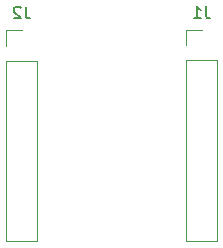
<source format=gbr>
%TF.GenerationSoftware,KiCad,Pcbnew,7.0.5-0*%
%TF.CreationDate,2023-08-11T11:25:24-04:00*%
%TF.ProjectId,AmpSim,416d7053-696d-42e6-9b69-6361645f7063,rev?*%
%TF.SameCoordinates,Original*%
%TF.FileFunction,Legend,Bot*%
%TF.FilePolarity,Positive*%
%FSLAX46Y46*%
G04 Gerber Fmt 4.6, Leading zero omitted, Abs format (unit mm)*
G04 Created by KiCad (PCBNEW 7.0.5-0) date 2023-08-11 11:25:24*
%MOMM*%
%LPD*%
G01*
G04 APERTURE LIST*
%ADD10C,0.150000*%
%ADD11C,0.120000*%
G04 APERTURE END LIST*
D10*
%TO.C,J2*%
X261493333Y-192544819D02*
X261493333Y-193259104D01*
X261493333Y-193259104D02*
X261540952Y-193401961D01*
X261540952Y-193401961D02*
X261636190Y-193497200D01*
X261636190Y-193497200D02*
X261779047Y-193544819D01*
X261779047Y-193544819D02*
X261874285Y-193544819D01*
X261064761Y-192640057D02*
X261017142Y-192592438D01*
X261017142Y-192592438D02*
X260921904Y-192544819D01*
X260921904Y-192544819D02*
X260683809Y-192544819D01*
X260683809Y-192544819D02*
X260588571Y-192592438D01*
X260588571Y-192592438D02*
X260540952Y-192640057D01*
X260540952Y-192640057D02*
X260493333Y-192735295D01*
X260493333Y-192735295D02*
X260493333Y-192830533D01*
X260493333Y-192830533D02*
X260540952Y-192973390D01*
X260540952Y-192973390D02*
X261112380Y-193544819D01*
X261112380Y-193544819D02*
X260493333Y-193544819D01*
%TO.C,J1*%
X276733333Y-192524819D02*
X276733333Y-193239104D01*
X276733333Y-193239104D02*
X276780952Y-193381961D01*
X276780952Y-193381961D02*
X276876190Y-193477200D01*
X276876190Y-193477200D02*
X277019047Y-193524819D01*
X277019047Y-193524819D02*
X277114285Y-193524819D01*
X275733333Y-193524819D02*
X276304761Y-193524819D01*
X276019047Y-193524819D02*
X276019047Y-192524819D01*
X276019047Y-192524819D02*
X276114285Y-192667676D01*
X276114285Y-192667676D02*
X276209523Y-192762914D01*
X276209523Y-192762914D02*
X276304761Y-192810533D01*
D11*
%TO.C,J2*%
X262490000Y-212430000D02*
X259830000Y-212430000D01*
X262490000Y-197130000D02*
X262490000Y-212430000D01*
X262490000Y-197130000D02*
X259830000Y-197130000D01*
X261160000Y-194530000D02*
X259830000Y-194530000D01*
X259830000Y-197130000D02*
X259830000Y-212430000D01*
X259830000Y-194530000D02*
X259830000Y-195860000D01*
%TO.C,J1*%
X277730000Y-212410000D02*
X275070000Y-212410000D01*
X277730000Y-197110000D02*
X277730000Y-212410000D01*
X277730000Y-197110000D02*
X275070000Y-197110000D01*
X276400000Y-194510000D02*
X275070000Y-194510000D01*
X275070000Y-197110000D02*
X275070000Y-212410000D01*
X275070000Y-194510000D02*
X275070000Y-195840000D01*
%TD*%
M02*

</source>
